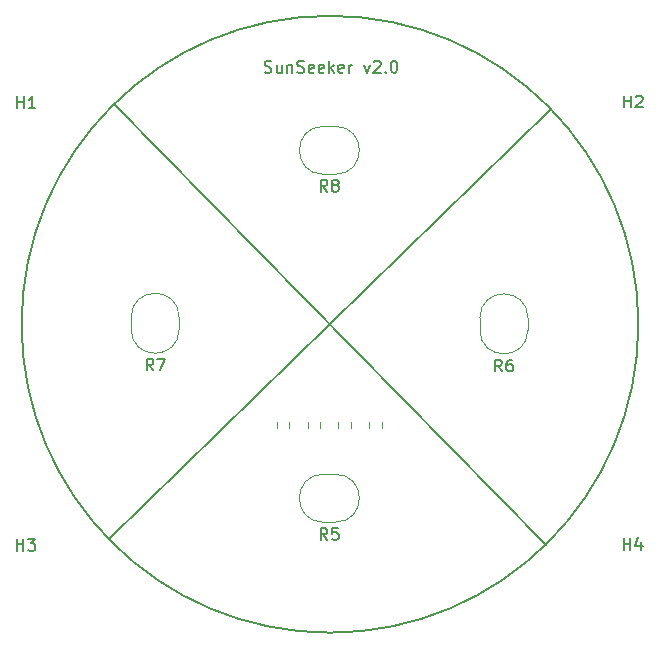
<source format=gbr>
%TF.GenerationSoftware,KiCad,Pcbnew,(5.1.10)-1*%
%TF.CreationDate,2021-07-29T21:44:00-04:00*%
%TF.ProjectId,Test,54657374-2e6b-4696-9361-645f70636258,v01*%
%TF.SameCoordinates,Original*%
%TF.FileFunction,Legend,Top*%
%TF.FilePolarity,Positive*%
%FSLAX46Y46*%
G04 Gerber Fmt 4.6, Leading zero omitted, Abs format (unit mm)*
G04 Created by KiCad (PCBNEW (5.1.10)-1) date 2021-07-29 21:44:00*
%MOMM*%
%LPD*%
G01*
G04 APERTURE LIST*
%ADD10C,0.150000*%
%ADD11C,0.120000*%
G04 APERTURE END LIST*
D10*
X132255260Y-87172800D02*
X168826180Y-124470160D01*
X169247820Y-87584280D02*
X131843780Y-124018040D01*
X176659637Y-105816400D02*
G75*
G03*
X176659637Y-105816400I-26111297J0D01*
G01*
X145025812Y-84468601D02*
X145168669Y-84516220D01*
X145406764Y-84516220D01*
X145502002Y-84468601D01*
X145549621Y-84420982D01*
X145597240Y-84325744D01*
X145597240Y-84230506D01*
X145549621Y-84135268D01*
X145502002Y-84087649D01*
X145406764Y-84040030D01*
X145216288Y-83992411D01*
X145121050Y-83944792D01*
X145073431Y-83897173D01*
X145025812Y-83801935D01*
X145025812Y-83706697D01*
X145073431Y-83611459D01*
X145121050Y-83563840D01*
X145216288Y-83516220D01*
X145454383Y-83516220D01*
X145597240Y-83563840D01*
X146454383Y-83849554D02*
X146454383Y-84516220D01*
X146025812Y-83849554D02*
X146025812Y-84373363D01*
X146073431Y-84468601D01*
X146168669Y-84516220D01*
X146311526Y-84516220D01*
X146406764Y-84468601D01*
X146454383Y-84420982D01*
X146930574Y-83849554D02*
X146930574Y-84516220D01*
X146930574Y-83944792D02*
X146978193Y-83897173D01*
X147073431Y-83849554D01*
X147216288Y-83849554D01*
X147311526Y-83897173D01*
X147359145Y-83992411D01*
X147359145Y-84516220D01*
X147787717Y-84468601D02*
X147930574Y-84516220D01*
X148168669Y-84516220D01*
X148263907Y-84468601D01*
X148311526Y-84420982D01*
X148359145Y-84325744D01*
X148359145Y-84230506D01*
X148311526Y-84135268D01*
X148263907Y-84087649D01*
X148168669Y-84040030D01*
X147978193Y-83992411D01*
X147882955Y-83944792D01*
X147835336Y-83897173D01*
X147787717Y-83801935D01*
X147787717Y-83706697D01*
X147835336Y-83611459D01*
X147882955Y-83563840D01*
X147978193Y-83516220D01*
X148216288Y-83516220D01*
X148359145Y-83563840D01*
X149168669Y-84468601D02*
X149073431Y-84516220D01*
X148882955Y-84516220D01*
X148787717Y-84468601D01*
X148740098Y-84373363D01*
X148740098Y-83992411D01*
X148787717Y-83897173D01*
X148882955Y-83849554D01*
X149073431Y-83849554D01*
X149168669Y-83897173D01*
X149216288Y-83992411D01*
X149216288Y-84087649D01*
X148740098Y-84182887D01*
X150025812Y-84468601D02*
X149930574Y-84516220D01*
X149740098Y-84516220D01*
X149644860Y-84468601D01*
X149597240Y-84373363D01*
X149597240Y-83992411D01*
X149644860Y-83897173D01*
X149740098Y-83849554D01*
X149930574Y-83849554D01*
X150025812Y-83897173D01*
X150073431Y-83992411D01*
X150073431Y-84087649D01*
X149597240Y-84182887D01*
X150502002Y-84516220D02*
X150502002Y-83516220D01*
X150597240Y-84135268D02*
X150882955Y-84516220D01*
X150882955Y-83849554D02*
X150502002Y-84230506D01*
X151692479Y-84468601D02*
X151597240Y-84516220D01*
X151406764Y-84516220D01*
X151311526Y-84468601D01*
X151263907Y-84373363D01*
X151263907Y-83992411D01*
X151311526Y-83897173D01*
X151406764Y-83849554D01*
X151597240Y-83849554D01*
X151692479Y-83897173D01*
X151740098Y-83992411D01*
X151740098Y-84087649D01*
X151263907Y-84182887D01*
X152168669Y-84516220D02*
X152168669Y-83849554D01*
X152168669Y-84040030D02*
X152216288Y-83944792D01*
X152263907Y-83897173D01*
X152359145Y-83849554D01*
X152454383Y-83849554D01*
X153454383Y-83849554D02*
X153692479Y-84516220D01*
X153930574Y-83849554D01*
X154263907Y-83611459D02*
X154311526Y-83563840D01*
X154406764Y-83516220D01*
X154644860Y-83516220D01*
X154740098Y-83563840D01*
X154787717Y-83611459D01*
X154835336Y-83706697D01*
X154835336Y-83801935D01*
X154787717Y-83944792D01*
X154216288Y-84516220D01*
X154835336Y-84516220D01*
X155263907Y-84420982D02*
X155311526Y-84468601D01*
X155263907Y-84516220D01*
X155216288Y-84468601D01*
X155263907Y-84420982D01*
X155263907Y-84516220D01*
X155930574Y-83516220D02*
X156025812Y-83516220D01*
X156121050Y-83563840D01*
X156168669Y-83611459D01*
X156216288Y-83706697D01*
X156263907Y-83897173D01*
X156263907Y-84135268D01*
X156216288Y-84325744D01*
X156168669Y-84420982D01*
X156121050Y-84468601D01*
X156025812Y-84516220D01*
X155930574Y-84516220D01*
X155835336Y-84468601D01*
X155787717Y-84420982D01*
X155740098Y-84325744D01*
X155692479Y-84135268D01*
X155692479Y-83897173D01*
X155740098Y-83706697D01*
X155787717Y-83611459D01*
X155835336Y-83563840D01*
X155930574Y-83516220D01*
D11*
%TO.C,R8*%
X151005540Y-89057480D02*
X149989540Y-89057480D01*
X151005540Y-93121480D02*
X149989540Y-93121480D01*
X149989540Y-93121480D02*
G75*
G02*
X149989540Y-89057480I0J2032000D01*
G01*
X151005540Y-89057480D02*
G75*
G02*
X151005540Y-93121480I0J-2032000D01*
G01*
%TO.C,R6*%
X163240720Y-105277920D02*
G75*
G02*
X167304720Y-105277920I2032000J0D01*
G01*
X167304720Y-106293920D02*
G75*
G02*
X163240720Y-106293920I-2032000J0D01*
G01*
X167304720Y-105277920D02*
X167304720Y-106293920D01*
X163240720Y-105277920D02*
X163240720Y-106293920D01*
%TO.C,R5*%
X149987000Y-122575320D02*
X151003000Y-122575320D01*
X149987000Y-118511320D02*
X151003000Y-118511320D01*
X149987000Y-122575320D02*
G75*
G02*
X149987000Y-118511320I0J2032000D01*
G01*
X151003000Y-118511320D02*
G75*
G02*
X151003000Y-122575320I0J-2032000D01*
G01*
%TO.C,R7*%
X137777220Y-106240580D02*
G75*
G02*
X133713220Y-106240580I-2032000J0D01*
G01*
X133713220Y-105224580D02*
G75*
G02*
X137777220Y-105224580I2032000J0D01*
G01*
X133713220Y-105224580D02*
X133713220Y-106240580D01*
X137777220Y-105224580D02*
X137777220Y-106240580D01*
%TO.C,R1*%
X147090660Y-114613144D02*
X147090660Y-114103696D01*
X146045660Y-114613144D02*
X146045660Y-114103696D01*
%TO.C,R2*%
X148651700Y-114623304D02*
X148651700Y-114113856D01*
X149696700Y-114623304D02*
X149696700Y-114113856D01*
%TO.C,R3*%
X152297660Y-114613144D02*
X152297660Y-114103696D01*
X151252660Y-114613144D02*
X151252660Y-114103696D01*
%TO.C,R4*%
X153868860Y-114597904D02*
X153868860Y-114088456D01*
X154913860Y-114597904D02*
X154913860Y-114088456D01*
%TO.C,R8*%
D10*
X150330873Y-94589860D02*
X149997540Y-94113670D01*
X149759444Y-94589860D02*
X149759444Y-93589860D01*
X150140397Y-93589860D01*
X150235635Y-93637480D01*
X150283254Y-93685099D01*
X150330873Y-93780337D01*
X150330873Y-93923194D01*
X150283254Y-94018432D01*
X150235635Y-94066051D01*
X150140397Y-94113670D01*
X149759444Y-94113670D01*
X150902301Y-94018432D02*
X150807063Y-93970813D01*
X150759444Y-93923194D01*
X150711825Y-93827956D01*
X150711825Y-93780337D01*
X150759444Y-93685099D01*
X150807063Y-93637480D01*
X150902301Y-93589860D01*
X151092778Y-93589860D01*
X151188016Y-93637480D01*
X151235635Y-93685099D01*
X151283254Y-93780337D01*
X151283254Y-93827956D01*
X151235635Y-93923194D01*
X151188016Y-93970813D01*
X151092778Y-94018432D01*
X150902301Y-94018432D01*
X150807063Y-94066051D01*
X150759444Y-94113670D01*
X150711825Y-94208908D01*
X150711825Y-94399384D01*
X150759444Y-94494622D01*
X150807063Y-94542241D01*
X150902301Y-94589860D01*
X151092778Y-94589860D01*
X151188016Y-94542241D01*
X151235635Y-94494622D01*
X151283254Y-94399384D01*
X151283254Y-94208908D01*
X151235635Y-94113670D01*
X151188016Y-94066051D01*
X151092778Y-94018432D01*
%TO.C,R6*%
X165108593Y-109804460D02*
X164775260Y-109328270D01*
X164537164Y-109804460D02*
X164537164Y-108804460D01*
X164918117Y-108804460D01*
X165013355Y-108852080D01*
X165060974Y-108899699D01*
X165108593Y-108994937D01*
X165108593Y-109137794D01*
X165060974Y-109233032D01*
X165013355Y-109280651D01*
X164918117Y-109328270D01*
X164537164Y-109328270D01*
X165965736Y-108804460D02*
X165775260Y-108804460D01*
X165680021Y-108852080D01*
X165632402Y-108899699D01*
X165537164Y-109042556D01*
X165489545Y-109233032D01*
X165489545Y-109613984D01*
X165537164Y-109709222D01*
X165584783Y-109756841D01*
X165680021Y-109804460D01*
X165870498Y-109804460D01*
X165965736Y-109756841D01*
X166013355Y-109709222D01*
X166060974Y-109613984D01*
X166060974Y-109375889D01*
X166013355Y-109280651D01*
X165965736Y-109233032D01*
X165870498Y-109185413D01*
X165680021Y-109185413D01*
X165584783Y-109233032D01*
X165537164Y-109280651D01*
X165489545Y-109375889D01*
%TO.C,H4*%
X175415035Y-124908180D02*
X175415035Y-123908180D01*
X175415035Y-124384371D02*
X175986463Y-124384371D01*
X175986463Y-124908180D02*
X175986463Y-123908180D01*
X176891225Y-124241514D02*
X176891225Y-124908180D01*
X176653130Y-123860561D02*
X176415035Y-124574847D01*
X177034082Y-124574847D01*
%TO.C,H3*%
X124015595Y-124984380D02*
X124015595Y-123984380D01*
X124015595Y-124460571D02*
X124587023Y-124460571D01*
X124587023Y-124984380D02*
X124587023Y-123984380D01*
X124967976Y-123984380D02*
X125587023Y-123984380D01*
X125253690Y-124365333D01*
X125396547Y-124365333D01*
X125491785Y-124412952D01*
X125539404Y-124460571D01*
X125587023Y-124555809D01*
X125587023Y-124793904D01*
X125539404Y-124889142D01*
X125491785Y-124936761D01*
X125396547Y-124984380D01*
X125110833Y-124984380D01*
X125015595Y-124936761D01*
X124967976Y-124889142D01*
%TO.C,H2*%
X175440435Y-87461740D02*
X175440435Y-86461740D01*
X175440435Y-86937931D02*
X176011863Y-86937931D01*
X176011863Y-87461740D02*
X176011863Y-86461740D01*
X176440435Y-86556979D02*
X176488054Y-86509360D01*
X176583292Y-86461740D01*
X176821387Y-86461740D01*
X176916625Y-86509360D01*
X176964244Y-86556979D01*
X177011863Y-86652217D01*
X177011863Y-86747455D01*
X176964244Y-86890312D01*
X176392816Y-87461740D01*
X177011863Y-87461740D01*
%TO.C,H1*%
X124040995Y-87532860D02*
X124040995Y-86532860D01*
X124040995Y-87009051D02*
X124612423Y-87009051D01*
X124612423Y-87532860D02*
X124612423Y-86532860D01*
X125612423Y-87532860D02*
X125040995Y-87532860D01*
X125326709Y-87532860D02*
X125326709Y-86532860D01*
X125231471Y-86675718D01*
X125136233Y-86770956D01*
X125040995Y-86818575D01*
%TO.C,R5*%
X150328333Y-124064020D02*
X149995000Y-123587830D01*
X149756904Y-124064020D02*
X149756904Y-123064020D01*
X150137857Y-123064020D01*
X150233095Y-123111640D01*
X150280714Y-123159259D01*
X150328333Y-123254497D01*
X150328333Y-123397354D01*
X150280714Y-123492592D01*
X150233095Y-123540211D01*
X150137857Y-123587830D01*
X149756904Y-123587830D01*
X151233095Y-123064020D02*
X150756904Y-123064020D01*
X150709285Y-123540211D01*
X150756904Y-123492592D01*
X150852142Y-123444973D01*
X151090238Y-123444973D01*
X151185476Y-123492592D01*
X151233095Y-123540211D01*
X151280714Y-123635449D01*
X151280714Y-123873544D01*
X151233095Y-123968782D01*
X151185476Y-124016401D01*
X151090238Y-124064020D01*
X150852142Y-124064020D01*
X150756904Y-124016401D01*
X150709285Y-123968782D01*
%TO.C,R7*%
X135588713Y-109725720D02*
X135255380Y-109249530D01*
X135017284Y-109725720D02*
X135017284Y-108725720D01*
X135398237Y-108725720D01*
X135493475Y-108773340D01*
X135541094Y-108820959D01*
X135588713Y-108916197D01*
X135588713Y-109059054D01*
X135541094Y-109154292D01*
X135493475Y-109201911D01*
X135398237Y-109249530D01*
X135017284Y-109249530D01*
X135922046Y-108725720D02*
X136588713Y-108725720D01*
X136160141Y-109725720D01*
%TD*%
M02*

</source>
